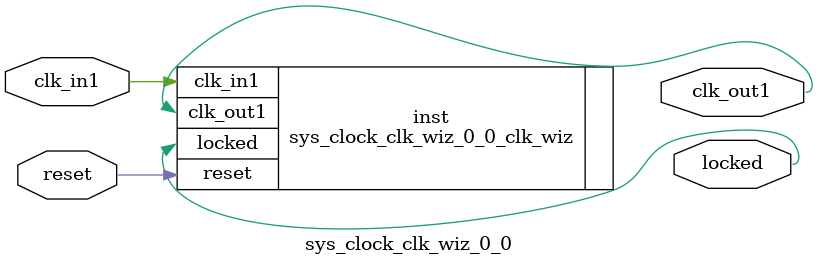
<source format=v>


`timescale 1ps/1ps

(* CORE_GENERATION_INFO = "sys_clock_clk_wiz_0_0,clk_wiz_v6_0_16_0_0,{component_name=sys_clock_clk_wiz_0_0,use_phase_alignment=true,use_min_o_jitter=false,use_max_i_jitter=false,use_dyn_phase_shift=false,use_inclk_switchover=false,use_dyn_reconfig=false,enable_axi=0,feedback_source=FDBK_AUTO,PRIMITIVE=MMCM,num_out_clk=1,clkin1_period=10.000,clkin2_period=10.000,use_power_down=false,use_reset=true,use_locked=true,use_inclk_stopped=false,feedback_type=SINGLE,CLOCK_MGR_TYPE=NA,manual_override=false}" *)

module sys_clock_clk_wiz_0_0 
 (
  // Clock out ports
  output        clk_out1,
  // Status and control signals
  input         reset,
  output        locked,
 // Clock in ports
  input         clk_in1
 );

  sys_clock_clk_wiz_0_0_clk_wiz inst
  (
  // Clock out ports  
  .clk_out1(clk_out1),
  // Status and control signals               
  .reset(reset), 
  .locked(locked),
 // Clock in ports
  .clk_in1(clk_in1)
  );

endmodule

</source>
